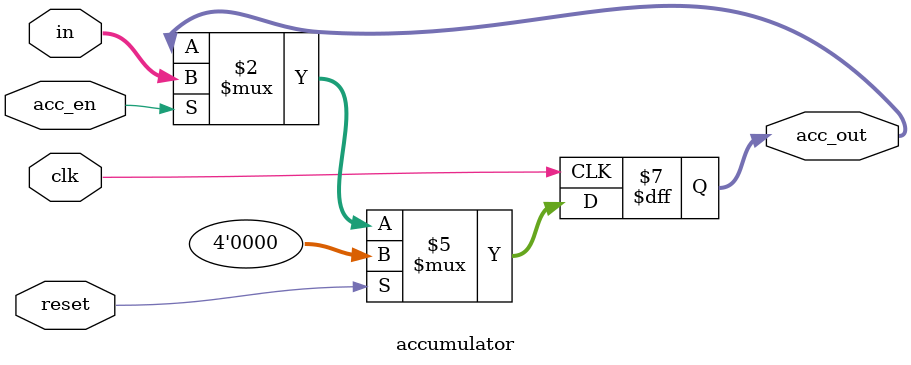
<source format=v>
module accumulator(input clk,input [3:0] in, input acc_en, input reset, output reg [3:0] acc_out);

    always @(posedge clk)
    begin
        if (reset) // reset the accumulator to 0
            acc_out <= 4'b0000;
        else if (acc_en) 
			begin
            		acc_out <= in; // add the input to the current accumulator value
			end
	end

endmodule

</source>
